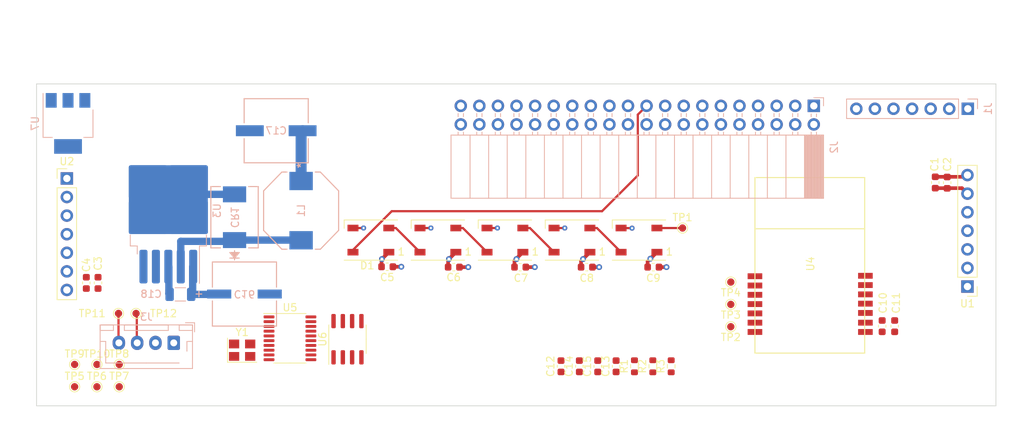
<source format=kicad_pcb>
(kicad_pcb (version 20221018) (generator pcbnew)
  (title_block (date "15 nov 2012"))
  (layers (0 "F.Cu" signal) (1 "In1.Cu" power) (2 "In2.Cu" power) (31 "B.Cu" signal) (34 "B.Paste" user) (35 "F.Paste" user) (36 "B.SilkS" user "B.Silkscreen") (37 "F.SilkS" user "F.Silkscreen") (38 "B.Mask" user) (39 "F.Mask" user) (44 "Edge.Cuts" user))
  (net 0 "")
  (net 1 "GND")
  (net 2 "/SPI3_MOSI")
  (net 3 "+3.3V")
  (net 4 "/SPI5_MOSI")
  (net 5 "/SPI5_SCLK")
  (net 6 "/GPIO[17]")
  (net 7 "/SPI6_NSS")
  (net 8 "/SPI4_CLK")
  (net 9 "/GPIO[22]")
  (net 10 "/GPIO[10]{slash}SPI0.MOSI")
  (net 11 "/GPIO[9]{slash}SPI0.MISO")
  (net 12 "/GPIO[25]")
  (net 13 "/GPIO[11]{slash}SPI0.SCLK")
  (net 14 "/GPIO[8]{slash}SPI0.CE0")
  (net 15 "/SPI3_NSS")
  (net 16 "/SPI3_MISO")
  (net 17 "/SPI4_MISO")
  (net 18 "/SPI4_MOSI")
  (net 19 "/SPI5_NSS")
  (net 20 "/SPI5_MISO")
  (net 21 "/SPI6_MISO")
  (net 22 "/SPI6_MOSI")
  (net 23 "/GPIO[16]")
  (net 24 "/GPIO[26]")
  (net 25 "/SPI6_SCLK")
  (net 26 "+5V")
  (net 27 "/SPI3_SCLK")
  (net 28 "/CAN/TXCAN")
  (net 29 "/CAN/RXCAN")
  (net 30 "Net-(D2-DOUT)")
  (net 31 "Net-(U4-DIO3)")
  (net 32 "Net-(U4-DIO2)")
  (net 33 "Net-(U4-DIO1)")
  (net 34 "/GPIO[23]")
  (net 35 "/CAN/Vref1.65V")
  (net 36 "/CAN/CAN_L")
  (net 37 "/CAN/CAN_H")
  (net 38 "Net-(D1-DOUT)")
  (net 39 "Net-(D3-DOUT)")
  (net 40 "Net-(D4-DOUT)")
  (net 41 "Net-(D5-DOUT)")
  (net 42 "/GPIO[24]")
  (net 43 "/SPI4_NSS")
  (net 44 "/GPIO_27")
  (net 45 "VDD")
  (net 46 "Net-(U5-OSC2)")
  (net 47 "Net-(U5-OSC1)")
  (net 48 "Net-(U5-~{RESET})")
  (net 58 "/LM_OUT")
  (footprint "TestPoint:TestPoint_Pad_D1.0mm" (layer "F.Cu") (at 108.25 97.4)
    (fp_text reference "TP6" (at 0 -1.448) (layer "F.SilkS"))
    (fp_text value "SO")
    (pad "1" smd circle (at 0 0) (size 1 1) (layers "F.Cu" "F.Mask") (net 20 "/SPI5_MISO"))
  )
  (footprint "TestPoint:TestPoint_Pad_D1.0mm" (layer "F.Cu") (at 105.2 97.4)
    (fp_text reference "TP5" (at 0 -1.448) (layer "F.SilkS"))
    (fp_text value "SI")
    (pad "1" smd circle (at 0 0) (size 1 1) (layers "F.Cu" "F.Mask") (net 4 "/SPI5_MOSI"))
  )
  (footprint "Connector_PinHeader_2.54mm:PinHeader_1x07_P2.54mm_Vertical" (layer "F.Cu") (at 104.14 68.9256)
    (fp_text reference "U2" (at 0 -2.33) (layer "F.SilkS"))
    (fp_text value "~")
    (pad "1" thru_hole rect (at 0 0) (size 1.7 1.7) (drill 1) (layers "*.Cu" "*.Mask") (net 6 "/GPIO[17]"))
    (pad "2" thru_hole oval (at 0 2.54) (size 1.7 1.7) (drill 1) (layers "*.Cu" "*.Mask") (net 43 "/SPI4_NSS"))
    (pad "3" thru_hole oval (at 0 5.08) (size 1.7 1.7) (drill 1) (layers "*.Cu" "*.Mask") (net 17 "/SPI4_MISO"))
    (pad "4" thru_hole oval (at 0 7.62) (size 1.7 1.7) (drill 1) (layers "*.Cu" "*.Mask") (net 18 "/SPI4_MOSI"))
    (pad "5" thru_hole oval (at 0 10.16) (size 1.7 1.7) (drill 1) (layers "*.Cu" "*.Mask") (net 8 "/SPI4_CLK"))
    (pad "6" thru_hole oval (at 0 12.7) (size 1.7 1.7) (drill 1) (layers "*.Cu" "*.Mask") (net 1 "GND"))
    (pad "7" thru_hole oval (at 0 15.24) (size 1.7 1.7) (drill 1) (layers "*.Cu" "*.Mask") (net 3 "+3.3V"))
  )
  (footprint "LED_SMD:LED_WS2812B_PLCC4_5.0x5.0mm_P3.2mm" (layer "F.Cu") (at 182.35 77.35 180)
    (fp_text reference "D5" hide)
    (fp_text value "WS2812B")
    (fp_text user "1" (at -4.15 -1.6) (layer "F.SilkS"))
    (pad "1" smd rect (at -2.45 -1.65 180) (size 1.5 0.9) (layers "F.Cu" "F.Paste" "F.Mask") (net 3 "+3.3V"))
    (pad "2" smd rect (at -2.45 1.65 180) (size 1.5 0.9) (layers "F.Cu" "F.Paste" "F.Mask") (net 41 "Net-(D5-DOUT)"))
    (pad "3" smd rect (at 2.45 1.65 180) (size 1.5 0.9) (layers "F.Cu" "F.Paste" "F.Mask") (net 1 "GND"))
    (pad "4" smd rect (at 2.45 -1.65 180) (size 1.5 0.9) (layers "F.Cu" "F.Paste" "F.Mask") (net 40 "Net-(D4-DOUT)"))
  )
  (footprint "Capacitor_SMD:C_0603_1608Metric" (layer "F.Cu") (at 166.106 81.045)
    (fp_text reference "C7" (at 0.1 1.5) (layer "F.SilkS"))
    (fp_text value "100n")
    (pad "1" smd roundrect (at -0.775 0) (size 0.9 0.95) (layers "F.Cu" "F.Paste" "F.Mask") (net 3 "+3.3V"))
    (pad "2" smd roundrect (at 0.775 0) (size 0.9 0.95) (layers "F.Cu" "F.Paste" "F.Mask") (net 1 "GND"))
  )
  (footprint "TestPoint:TestPoint_Pad_D1.0mm" (layer "F.Cu") (at 194.9 89.19 180)
    (fp_text reference "TP2" (at 0 -1.448) (layer "F.SilkS"))
    (fp_text value "TestPoint")
    (pad "1" smd circle (at 0 0 180) (size 1 1) (layers "F.Cu" "F.Mask") (net 31 "Net-(U4-DIO3)"))
  )
  (footprint "Capacitor_SMD:C_0603_1608Metric" (layer "F.Cu") (at 157.031 81.045)
    (fp_text reference "C6" (at -0.025 1.4) (layer "F.SilkS"))
    (fp_text value "100n")
    (pad "1" smd roundrect (at -0.775 0) (size 0.9 0.95) (layers "F.Cu" "F.Paste" "F.Mask") (net 3 "+3.3V"))
    (pad "2" smd roundrect (at 0.775 0) (size 0.9 0.95) (layers "F.Cu" "F.Paste" "F.Mask") (net 1 "GND"))
  )
  (footprint "LED_SMD:LED_WS2812B_PLCC4_5.0x5.0mm_P3.2mm" (layer "F.Cu") (at 164.025 77.35 180)
    (fp_text reference "D3" hide)
    (fp_text value "WS2812B")
    (fp_text user "1" (at -4.15 -1.6) (layer "F.SilkS"))
    (pad "1" smd rect (at -2.45 -1.65 180) (size 1.5 0.9) (layers "F.Cu" "F.Paste" "F.Mask") (net 3 "+3.3V"))
    (pad "2" smd rect (at -2.45 1.65 180) (size 1.5 0.9) (layers "F.Cu" "F.Paste" "F.Mask") (net 39 "Net-(D3-DOUT)"))
    (pad "3" smd rect (at 2.45 1.65 180) (size 1.5 0.9) (layers "F.Cu" "F.Paste" "F.Mask") (net 1 "GND"))
    (pad "4" smd rect (at 2.45 -1.65 180) (size 1.5 0.9) (layers "F.Cu" "F.Paste" "F.Mask") (net 30 "Net-(D2-DOUT)"))
  )
  (footprint "Capacitor_SMD:C_0603_1608Metric" (layer "F.Cu") (at 215.59 89.115 90)
    (fp_text reference "C10" (at 3.175 0.11 90) (layer "F.SilkS"))
    (fp_text value "100n")
    (pad "1" smd roundrect (at -0.775 0 90) (size 0.9 0.95) (layers "F.Cu" "F.Paste" "F.Mask") (net 3 "+3.3V"))
    (pad "2" smd roundrect (at 0.775 0 90) (size 0.9 0.95) (layers "F.Cu" "F.Paste" "F.Mask") (net 1 "GND"))
  )
  (footprint "Capacitor_SMD:C_0603_1608Metric" (layer "F.Cu") (at 147.931 80.995)
    (fp_text reference "C5" (at 0 1.45) (layer "F.SilkS"))
    (fp_text value "100n")
    (pad "1" smd roundrect (at -0.775 0) (size 0.9 0.95) (layers "F.Cu" "F.Paste" "F.Mask") (net 3 "+3.3V"))
    (pad "2" smd roundrect (at 0.775 0) (size 0.9 0.95) (layers "F.Cu" "F.Paste" "F.Mask") (net 1 "GND"))
  )
  (footprint "LED_SMD:LED_WS2812B_PLCC4_5.0x5.0mm_P3.2mm" (layer "F.Cu") (at 154.8625 77.35 180)
    (fp_text reference "D2" hide)
    (fp_text value "WS2812B")
    (fp_text user "1" (at -4.15 -1.6) (layer "F.SilkS"))
    (pad "1" smd rect (at -2.45 -1.65 180) (size 1.5 0.9) (layers "F.Cu" "F.Paste" "F.Mask") (net 3 "+3.3V"))
    (pad "2" smd rect (at -2.45 1.65 180) (size 1.5 0.9) (layers "F.Cu" "F.Paste" "F.Mask") (net 30 "Net-(D2-DOUT)"))
    (pad "3" smd rect (at 2.45 1.65 180) (size 1.5 0.9) (layers "F.Cu" "F.Paste" "F.Mask") (net 1 "GND"))
    (pad "4" smd rect (at 2.45 -1.65 180) (size 1.5 0.9) (layers "F.Cu" "F.Paste" "F.Mask") (net 38 "Net-(D1-DOUT)"))
  )
  (footprint "Capacitor_SMD:C_0603_1608Metric" (layer "F.Cu") (at 175.206 81.045)
    (fp_text reference "C8" (at 0 1.5) (layer "F.SilkS"))
    (fp_text value "100n")
    (pad "1" smd roundrect (at -0.775 0) (size 0.9 0.95) (layers "F.Cu" "F.Paste" "F.Mask") (net 3 "+3.3V"))
    (pad "2" smd roundrect (at 0.775 0) (size 0.9 0.95) (layers "F.Cu" "F.Paste" "F.Mask") (net 1 "GND"))
  )
  (footprint "TestPoint:TestPoint_Pad_D1.0mm" (layer "F.Cu") (at 111.3 94.35)
    (fp_text reference "TP8" (at 0 -1.448) (layer "F.SilkS"))
    (fp_text value "CS")
    (pad "1" smd circle (at 0 0) (size 1 1) (layers "F.Cu" "F.Mask") (net 19 "/SPI5_NSS"))
  )
  (footprint "TestPoint:TestPoint_Pad_D1.0mm" (layer "F.Cu") (at 188.3 75.7)
    (fp_text reference "TP1" (at 0 -1.448) (layer "F.SilkS"))
    (fp_text value "TestPoint")
    (pad "1" smd circle (at 0 0) (size 1 1) (layers "F.Cu" "F.Mask") (net 41 "Net-(D5-DOUT)"))
  )
  (footprint "Resistor_SMD:R_0603_1608Metric" (layer "F.Cu") (at 181.73 94.6 90)
    (fp_text reference "R1" (at 0 -1.43 90) (layer "F.SilkS"))
    (fp_text value "5.1k")
    (pad "1" smd roundrect (at -0.825 0 90) (size 0.8 0.95) (layers "F.Cu" "F.Paste" "F.Mask") (net 3 "+3.3V"))
    (pad "2" smd roundrect (at 0.825 0 90) (size 0.8 0.95) (layers "F.Cu" "F.Paste" "F.Mask") (net 35 "/CAN/Vref1.65V"))
  )
  (footprint "LED_SMD:LED_WS2812B_PLCC4_5.0x5.0mm_P3.2mm" (layer "F.Cu") (at 173.1875 77.35 180)
    (fp_text reference "D4" hide)
    (fp_text value "WS2812B")
    (fp_text user "1" (at -4.15 -1.6) (layer "F.SilkS"))
    (pad "1" smd rect (at -2.45 -1.65 180) (size 1.5 0.9) (layers "F.Cu" "F.Paste" "F.Mask") (net 3 "+3.3V"))
    (pad "2" smd rect (at -2.45 1.65 180) (size 1.5 0.9) (layers "F.Cu" "F.Paste" "F.Mask") (net 40 "Net-(D4-DOUT)"))
    (pad "3" smd rect (at 2.45 1.65 180) (size 1.5 0.9) (layers "F.Cu" "F.Paste" "F.Mask") (net 1 "GND"))
    (pad "4" smd rect (at 2.45 -1.65 180) (size 1.5 0.9) (layers "F.Cu" "F.Paste" "F.Mask") (net 39 "Net-(D3-DOUT)"))
  )
  (footprint "Package_SO:TSSOP-20_4.4x6.5mm_P0.65mm" (layer "F.Cu") (at 134.6375 90.775)
    (fp_text reference "U5" (at 0 -4.2) (layer "F.SilkS"))
    (fp_text value "MCP2515-xST")
    (pad "1" smd roundrect (at -2.8625 -2.925) (size 1.475 0.4) (layers "F.Cu" "F.Paste" "F.Mask") (net 28 "/CAN/TXCAN"))
    (pad "2" smd roundrect (at -2.8625 -2.275) (size 1.475 0.4) (layers "F.Cu" "F.Paste" "F.Mask") (net 29 "/CAN/RXCAN"))
    (pad "3" smd roundrect (at -2.8625 -1.625) (size 1.475 0.4) (layers "F.Cu" "F.Paste" "F.Mask"))
    (pad "4" smd roundrect (at -2.8625 -0.975) (size 1.475 0.4) (layers "F.Cu" "F.Paste" "F.Mask"))
    (pad "5" smd roundrect (at -2.8625 -0.325) (size 1.475 0.4) (layers "F.Cu" "F.Paste" "F.Mask"))
    (pad "6" smd roundrect (at -2.8625 0.325) (size 1.475 0.4) (layers "F.Cu" "F.Paste" "F.Mask"))
    (pad "7" smd roundrect (at -2.8625 0.975) (size 1.475 0.4) (layers "F.Cu" "F.Paste" "F.Mask"))
    (pad "8" smd roundrect (at -2.8625 1.625) (size 1.475 0.4) (layers "F.Cu" "F.Paste" "F.Mask") (net 46 "Net-(U5-OSC2)"))
    (pad "9" smd roundrect (at -2.8625 2.275) (size 1.475 0.4) (layers "F.Cu" "F.Paste" "F.Mask") (net 47 "Net-(U5-OSC1)"))
    (pad "10" smd roundrect (at -2.8625 2.925) (size 1.475 0.4) (layers "F.Cu" "F.Paste" "F.Mask") (net 1 "GND"))
    (pad "11" smd roundrect (at 2.8625 2.925) (size 1.475 0.4) (layers "F.Cu" "F.Paste" "F.Mask"))
    (pad "12" smd roundrect (at 2.8625 2.275) (size 1.475 0.4) (layers "F.Cu" "F.Paste" "F.Mask"))
    (pad "13" smd roundrect (at 2.8625 1.625) (size 1.475 0.4) (layers "F.Cu" "F.Paste" "F.Mask") (net 12 "/GPIO[25]"))
    (pad "14" smd roundrect (at 2.8625 0.975) (size 1.475 0.4) (layers "F.Cu" "F.Paste" "F.Mask") (net 5 "/SPI5_SCLK"))
    (pad "15" smd roundrect (at 2.8625 0.325) (size 1.475 0.4) (layers "F.Cu" "F.Paste" "F.Mask"))
    (pad "16" smd roundrect (at 2.8625 -0.325) (size 1.475 0.4) (layers "F.Cu" "F.Paste" "F.Mask") (net 4 "/SPI5_MOSI"))
    (pad "17" smd roundrect (at 2.8625 -0.975) (size 1.475 0.4) (layers "F.Cu" "F.Paste" "F.Mask") (net 20 "/SPI5_MISO"))
    (pad "18" smd roundrect (at 2.8625 -1.625) (size 1.475 0.4) (layers "F.Cu" "F.Paste" "F.Mask") (net 19 "/SPI5_NSS"))
    (pad "19" smd roundrect (at 2.8625 -2.275) (size 1.475 0.4) (layers "F.Cu" "F.Paste" "F.Mask") (net 48 "Net-(U5-~{RESET})"))
    (pad "20" smd roundrect (at 2.8625 -2.925) (size 1.475 0.4) (layers "F.Cu" "F.Paste" "F.Mask") (net 3 "+3.3V"))
  )
  (footprint "Capacitor_SMD:C_0603_1608Metric" (layer "F.Cu") (at 108.4 83.2 90)
    (fp_text reference "C3" (at 2.65 0 90) (layer "F.SilkS"))
    (fp_text value "100n")
    (pad "1" smd roundrect (at -0.775 0 90) (size 0.9 0.95) (layers "F.Cu" "F.Paste" "F.Mask") (net 3 "+3.3V"))
    (pad "2" smd roundrect (at 0.775 0 90) (size 0.9 0.95) (layers "F.Cu" "F.Paste" "F.Mask") (net 1 "GND"))
  )
  (footprint "Capacitor_SMD:C_0603_1608Metric" (layer "F.Cu") (at 106.8 83.2 90)
    (fp_text reference "C4" (at 2.45 0 90) (layer "F.SilkS"))
    (fp_text value "100n")
    (pad "1" smd roundrect (at -0.775 0 90) (size 0.9 0.95) (layers "F.Cu" "F.Paste" "F.Mask") (net 3 "+3.3V"))
    (pad "2" smd roundrect (at 0.775 0 90) (size 0.9 0.95) (layers "F.Cu" "F.Paste" "F.Mask") (net 1 "GND"))
  )
  (footprint "Connector_PinHeader_2.54mm:PinHeader_1x07_P2.54mm_Vertical" (layer "F.Cu") (at 227.25 83.7 180)
    (fp_text reference "U1" (at 0 -2.33) (layer "F.SilkS"))
    (fp_text value "~")
    (pad "1" thru_hole rect (at 0 0 180) (size 1.7 1.7) (drill 1) (layers "*.Cu" "*.Mask") (net 6 "/GPIO[17]"))
    (pad "2" thru_hole oval (at 0 2.54 180) (size 1.7 1.7) (drill 1) (layers "*.Cu" "*.Mask") (net 15 "/SPI3_NSS"))
    (pad "3" thru_hole oval (at 0 5.08 180) (size 1.7 1.7) (drill 1) (layers "*.Cu" "*.Mask") (net 16 "/SPI3_MISO"))
    (pad "4" thru_hole oval (at 0 7.62 180) (size 1.7 1.7) (drill 1) (layers "*.Cu" "*.Mask") (net 2 "/SPI3_MOSI"))
    (pad "5" thru_hole oval (at 0 10.16 180) (size 1.7 1.7) (drill 1) (layers "*.Cu" "*.Mask") (net 27 "/SPI3_SCLK"))
    (pad "6" thru_hole oval (at 0 12.7 180) (size 1.7 1.7) (drill 1) (layers "*.Cu" "*.Mask") (net 1 "GND"))
    (pad "7" thru_hole oval (at 0 15.24 180) (size 1.7 1.7) (drill 1) (layers "*.Cu" "*.Mask") (net 3 "+3.3V"))
  )
  (footprint "TestPoint:TestPoint_Pad_D1.0mm" (layer "F.Cu") (at 111.2 87.37675)
    (fp_text reference "TP11" (at -3.6 0) (layer "F.SilkS"))
    (fp_text value "CANH")
    (pad "1" smd circle (at 0 0) (size 1 1) (layers "F.Cu" "F.Mask") (net 37 "/CAN/CAN_H"))
  )
  (footprint "SX1280:E28-2G4M12S-SX1280" (layer "F.Cu") (at 205.8 80.6 90)
    (fp_text reference "U4" (at 0 0 90) (layer "F.SilkS"))
    (fp_text value "SX1280")
    (pad "1" smd rect (at -9.31 7.5 90) (size 0.8 2) (layers "F.Cu" "F.Paste" "F.Mask") (net 3 "+3.3V"))
    (pad "2" smd rect (at -8.04 7.5 90) (size 0.8 2) (layers "F.Cu" "F.Paste" "F.Mask") (net 1 "GND"))
    (pad "3" smd rect (at -6.71 7.5 90) (size 0.8 2) (layers "F.Cu" "F.Paste" "F.Mask") (net 21 "/SPI6_MISO"))
    (pad "4" smd rect (at -5.44 7.5 90) (size 0.8 2) (layers "F.Cu" "F.Paste" "F.Mask") (net 22 "/SPI6_MOSI"))
    (pad "5" smd rect (at -4.17 7.5 270) (size 0.8 2) (layers "F.Cu" "F.Paste" "F.Mask") (net 25 "/SPI6_SCLK"))
    (pad "6" smd rect (at -2.9 7.5 90) (size 0.8 2) (layers "F.Cu" "F.Paste" "F.Mask") (net 7 "/SPI6_NSS"))
    (pad "7" smd rect (at -1.63 7.5 90) (size 0.8 2) (layers "F.Cu" "F.Paste" "F.Mask") (net 1 "GND"))
    (pad "8" smd rect (at -1.69 -7.6 90) (size 0.8 2) (layers "F.Cu" "F.Paste" "F.Mask") (net 1 "GND"))
    (pad "9" smd rect (at -2.96 -7.6 90) (size 0.8 2) (layers "F.Cu" "F.Paste" "F.Mask") (net 34 "/GPIO[23]"))
    (pad "10" smd rect (at -4.23 -7.6 90) (size 0.8 2) (layers "F.Cu" "F.Paste" "F.Mask") (net 42 "/GPIO[24]"))
    (pad "11" smd rect (at -5.5 -7.6 90) (size 0.8 2) (layers "F.Cu" "F.Paste" "F.Mask") (net 33 "Net-(U4-DIO1)"))
    (pad "12" smd rect (at -6.77 -7.6 90) (size 0.8 2) (layers "F.Cu" "F.Paste" "F.Mask") (net 32 "Net-(U4-DIO2)"))
    (pad "13" smd rect (at -8.04 -7.6 90) (size 0.8 2) (layers "F.Cu" "F.Paste" "F.Mask") (net 31 "Net-(U4-DIO3)"))
    (pad "14" smd rect (at -9.31 -7.6 90) (size 0.8 2) (layers "F.Cu" "F.Paste" "F.Mask") (net 1 "GND"))
  )
  (footprint "Resistor_SMD:R_0603_1608Metric" (layer "F.Cu") (at 184.24 94.6 90)
    (fp_text reference "R2" (at 0 -1.43 90) (layer "F.SilkS"))
    (fp_text value "5.1k")
    (pad "1" smd roundrect (at -0.825 0 90) (size 0.8 0.95) (layers "F.Cu" "F.Paste" "F.Mask") (net 35 "/CAN/Vref1.65V"))
    (pad "2" smd roundrect (at 0.825 0 90) (size 0.8 0.95) (layers "F.Cu" "F.Paste" "F.Mask") (net 1 "GND"))
  )
  (footprint "Capacitor_SMD:C_0603_1608Metric" (layer "F.Cu") (at 224.475 69.5 -90)
    (fp_text reference "C2" (at -2.5 -0.025 90) (layer "F.SilkS"))
    (fp_text value "100n")
    (pad "1" smd roundrect (at -0.775 0 270) (size 0.9 0.95) (layers "F.Cu" "F.Paste" "F.Mask") (net 3 "+3.3V"))
    (pad "2" smd roundrect (at 0.775 0 270) (size 0.9 0.95) (layers "F.Cu" "F.Paste" "F.Mask") (net 1 "GND"))
  )
  (footprint "Package_SO:SOIC-8_3.9x4.9mm_P1.27mm" (layer "F.Cu") (at 142.5 90.9 90)
    (fp_text reference "U6" (at 0 -3.4 90) (layer "F.SilkS"))
    (fp_text value "MCP2551-I-SN")
    (pad "1" smd roundrect (at -2.475 -1.905 90) (size 1.95 0.6) (layers "F.Cu" "F.Paste" "F.Mask") (net 28 "/CAN/TXCAN"))
    (pad "2" smd roundrect (at -2.475 -0.635 90) (size 1.95 0.6) (layers "F.Cu" "F.Paste" "F.Mask") (net 1 "GND"))
    (pad "3" smd roundrect (at -2.475 0.635 90) (size 1.95 0.6) (layers "F.Cu" "F.Paste" "F.Mask") (net 3 "+3.3V"))
    (pad "4" smd roundrect (at -2.475 1.905 90) (size 1.95 0.6) (layers "F.Cu" "F.Paste" "F.Mask") (net 29 "/CAN/RXCAN"))
    (pad "5" smd roundrect (at 2.475 1.905 90) (size 1.95 0.6) (layers "F.Cu" "F.Paste" "F.Mask") (net 35 "/CAN/Vref1.65V"))
    (pad "6" smd roundrect (at 2.475 0.635 90) (size 1.95 0.6) (layers "F.Cu" "F.Paste" "F.Mask") (net 36 "/CAN/CAN_L"))
    (pad "7" smd roundrect (at 2.475 -0.635 90) (size 1.95 0.6) (layers "F.Cu" "F.Paste" "F.Mask") (net 37 "/CAN/CAN_H"))
    (pad "8" smd roundrect (at 2.475 -1.905 90) (size 1.95 0.6) (layers "F.Cu" "F.Paste" "F.Mask"))
  )
  (footprint "TestPoint:TestPoint_Pad_D1.0mm" (layer "F.Cu") (at 194.9 86.14 180)
    (fp_text reference "TP3" (at 0 -1.448) (layer "F.SilkS"))
    (fp_text value "TestPoint")
    (pad "1" smd circle (at 0 0 180) (size 1 1) (layers "F.Cu" "F.Mask") (net 32 "Net-(U4-DIO2)"))
  )
  (footprint "Capacitor_SMD:C_0603_1608Metric" (layer "F.Cu") (at 217.3 89.115 90)
    (fp_text reference "C11" (at 3.175 0.2 90) (layer "F.SilkS"))
    (fp_text value "100n")
    (pad "1" smd roundrect (at -0.775 0 90) (size 0.9 0.95) (layers "F.Cu" "F.Paste" "F.Mask") (net 3 "+3.3V"))
    (pad "2" smd roundrect (at 0.775 0 90) (size 0.9 0.95) (layers "F.Cu" "F.Paste" "F.Mask") (net 1 "GND"))
  )
  (footprint "Capacitor_SMD:C_0603_1608Metric" (layer "F.Cu") (at 184.306 81.045)
    (fp_text reference "C9" (at 0 1.5) (layer "F.SilkS"))
    (fp_text value "100n")
    (pad "1" smd roundrect (at -0.775 0) (size 0.9 0.95) (layers "F.Cu" "F.Paste" "F.Mask") (net 3 "+3.3V"))
    (pad "2" smd roundrect (at 0.775 0) (size 0.9 0.95) (layers "F.Cu" "F.Paste" "F.Mask") (net 1 "GND"))
  )
  (footprint "TestPoint:TestPoint_Pad_D1.0mm" (layer "F.Cu") (at 113.6 87.37675)
    (fp_text reference "TP12" (at 3.75 0) (layer "F.SilkS"))
    (fp_text value "CANL")
    (pad "1" smd circle (at 0 0) (size 1 1) (layers "F.Cu" "F.Mask") (net 36 "/CAN/CAN_L"))
  )
  (footprint "Capacitor_SMD:C_0603_1608Metric" (layer "F.Cu") (at 222.85 69.475 -90)
    (fp_text reference "C1" (at -2.475 0.1 90) (layer "F.SilkS"))
    (fp_text value "100n")
    (pad "1" smd roundrect (at -0.775 0 270) (size 0.9 0.95) (layers "F.Cu" "F.Paste" "F.Mask") (net 3 "+3.3V"))
    (pad "2" smd roundrect (at 0.775 0 270) (size 0.9 0.95) (layers "F.Cu" "F.Paste" "F.Mask") (net 1 "GND"))
  )
  (footprint "TestPoint:TestPoint_Pad_D1.0mm" (layer "F.Cu") (at 108.25 94.35)
    (fp_text reference "TP10" (at 0 -1.448) (layer "F.SilkS"))
    (fp_text value "TXCAN")
    (pad "1" smd circle (at 0 0) (size 1 1) (layers "F.Cu" "F.Mask") (net 28 "/CAN/TXCAN"))
  )
  (footprint "LED_SMD:LED_WS2812B_PLCC4_5.0x5.0mm_P3.2mm" (layer "F.Cu") (at 145.7 77.35 180)
    (fp_text reference "D1" (at 0.5 -3.476) (layer "F.SilkS"))
    (fp_text value "WS2812B")
    (fp_text user "1" (at -4.15 -1.6) (layer "F.SilkS"))
    (pad "1" smd rect (at -2.45 -1.65 180) (size 1.5 0.9) (layers "F.Cu" "F.Paste" "F.Mask") (net 3 "+3.3V"))
    (pad "2" smd rect (at -2.45 1.65 180) (size 1.5 0.9) (layers "F.Cu" "F.Paste" "F.Mask") (net 38 "Net-(D1-DOUT)"))
    (pad "3" smd rect (at 2.45 1.65 180) (size 1.5 0.9) (layers "F.Cu" "F.Paste" "F.Mask") (net 1 "GND"))
    (pad "4" smd rect (at 2.45 -1.65 180) (size 1.5 0.9) (layers "F.Cu" "F.Paste" "F.Mask") (net 10 "/GPIO[10]{slash}SPI0.MOSI"))
  )
  (footprint "Capacitor_SMD:C_0603_1608Metric" (layer "F.Cu") (at 171.69 94.6 90)
    (fp_text reference "C12" (at 0 -1.43 90) (layer "F.SilkS"))
    (fp_text value "0.1u")
    (pad "1" smd roundrect (at -0.775 0 90) (size 0.9 0.95) (layers "F.Cu" "F.Paste" "F.Mask") (net 3 "+3.3V"))
    (pad "2" smd roundrect (at 0.775 0 90) (size 0.9 0.95) (layers "F.Cu" "F.Paste" "F.Mask") (net 1 "GND"))
  )
  (footprint "Capacitor_SMD:C_0603_1608Metric" (layer "F.Cu") (at 174.2 94.6 90)
    (fp_text reference "C14" (at 0 -1.43 90) (layer "F.SilkS"))
    (fp_text value "22p")
    (pad "1" smd roundrect (at -0.775 0 90) (size 0.9 0.95) (layers "F.Cu" "F.Paste" "F.Mask") (net 46 "Net-(U5-OSC2)"))
    (pad "2" smd roundrect (at 0.775 0 90) (size 0.9 0.95) (layers "F.Cu" "F.Paste" "F.Mask") (net 1 "GND"))
  )
  (footprint "TestPoint:TestPoint_Pad_D1.0mm" (layer "F.Cu") (at 105.2 94.35)
    (fp_text reference "TP9" (at 0 -1.448) (layer "F.SilkS"))
    (fp_text value "RXCAN")
    (pad "1" smd circle (at 0 0) (size 1 1) (layers "F.Cu" "F.Mask") (net 29 "/CAN/RXCAN"))
  )
  (footprint "Capacitor_SMD:C_0603_1608Metric" (layer "F.Cu") (at 179.22 94.6 90)
    (fp_text reference "C13" (at 0 -1.43 90) (layer "F.SilkS"))
    (fp_text value "0.1u")
    (pad "1" smd roundrect (at -0.775 0 90) (size 0.9 0.95) (layers "F.Cu" "F.Paste" "F.Mask") (net 3 "+3.3V"))
    (pad "2" smd roundrect (at 0.775 0 90) (size 0.9 0.95) (layers "F.Cu" "F.Paste" "F.Mask") (net 1 "GND"))
  )
  (footprint "Capacitor_SMD:C_0603_1608Metric" (layer "F.Cu") (at 176.71 94.6 90)
    (fp_text reference "C15" (at 0 -1.43 90) (layer "F.SilkS"))
    (fp_text value "22p")
    (pad "1" smd roundrect (at -0.775 0 90) (size 0.9 0.95) (layers "F.Cu" "F.Paste" "F.Mask") (net 47 "Net-(U5-OSC1)"))
    (pad "2" smd roundrect (at 0.775 0 90) (size 0.9 0.95) (layers "F.Cu" "F.Paste" "F.Mask") (net 1 "GND"))
  )
  (footprint "TestPoint:TestPoint_Pad_D1.0mm" (layer "F.Cu") (at 194.9 83.09 180)
    (fp_text reference "TP4" (at 0 -1.448) (layer "F.SilkS"))
    (fp_text value "TestPoint")
    (pad "1" smd circle (at 0 0 180) (size 1 1) (layers "F.Cu" "F.Mask") (net 33 "Net-(U4-DIO1)"))
  )
  (footprint "Crystal:Crystal_SMD_3225-4Pin_3.2x2.5mm" (layer "F.Cu") (at 128.1 92.4)
    (fp_text reference "Y1" (at 0 -2.45) (layer "F.SilkS"))
    (fp_text value "Crystal")
    (pad "1" smd rect (at -1.1 0.85) (size 1.4 1.2) (layers "F.Cu" "F.Paste" "F.Mask") (net 46 "Net-(U5-OSC2)"))
    (pad "2" smd rect (at 1.1 0.85) (size 1.4 1.2) (layers "F.Cu" "F.Paste" "F.Mask") (net 47 "Net-(U5-OSC1)"))
    (pad "3" smd rect (at 1.1 -0.85) (size 1.4 1.2) (layers "F.Cu" "F.Paste" "F.Mask"))
    (pad "4" smd rect (at -1.1 -0.85) (size 1.4 1.2) (layers "F.Cu" "F.Paste" "F.Mask"))
  )
  (footprint "TestPoint:TestPoint_Pad_D1.0mm" (layer "F.Cu") (at 111.3 97.4)
    (fp_text reference "TP7" (at 0 -1.448) (layer "F.SilkS"))
    (fp_text value "SCK")
    (pad "1" smd circle (at 0 0) (size 1 1) (layers "F.Cu" "F.Mask") (net 5 "/SPI5_SCLK"))
  )
  (footprint "Resistor_SMD:R_0603_1608Metric" (layer "F.Cu") (at 186.75 94.6 90)
    (fp_text reference "R3" (at 0 -1.43 90) (layer "F.SilkS"))
    (fp_text value "10k")
    (pad "1" smd roundrect (at -0.825 0 90) (size 0.8 0.95) (layers "F.Cu" "F.Paste" "F.Mask") (net 3 "+3.3V"))
    (pad "2" smd roundrect (at 0.825 0 90) (size 0.8 0.95) (layers "F.Cu" "F.Paste" "F.Mask") (net 48 "Net-(U5-~{RESET})"))
  )
  (footprint "footprints:SMC_DIO" (layer "B.Cu") (at 127.0614 74.2228 90)
    (fp_text reference "CR1" (at 0 0 270 unlocked) (layer "B.SilkS") (effects (justify mirror)))
    (fp_text value "B540C-13-F")
    (pad "1" smd rect (at -3.1272 0) (size 3.180001 2.1804) (layers "B.Cu" "B.Paste" "B.Mask") (net 58 "/LM_OUT"))
    (pad "2" smd rect (at 3.1272 0) (size 3.180001 2.1804) (layers "B.Cu" "B.Paste" "B.Mask") (net 1 "GND"))
  )
  (footprint "Connector_PinSocket_2.54mm:PinSocket_2x20_P2.54mm_Horizontal" (layer "B.Cu") (at 206.248 59 90)
    (fp_text reference "J2" (at -5.65 2.77 90) (layer "B.SilkS") (effects (justify mirror)))
    (fp_text value "GPIO")
    (pad "1" thru_hole rect (at 0 0 90) (size 1.7 1.7) (drill 1) (layers "*.Cu" "*.Mask") (net 3 "+3.3V"))
    (pad "2" thru_hole oval (at -2.54 0 90) (size 1.7 1.7) (drill 1) (layers "*.Cu" "*.Mask") (net 26 "+5V"))
    (pad "3" thru_hole oval (at 0 -2.54 90) (size 1.7 1.7) (drill 1) (layers "*.Cu" "*.Mask") (net 2 "/SPI3_MOSI"))
    (pad "4" thru_hole oval (at -2.54 -2.54 90) (size 1.7 1.7) (drill 1) (layers "*.Cu" "*.Mask") (net 26 "+5V"))
    (pad "5" thru_hole oval (at 0 -5.08 90) (size 1.7 1.7) (drill 1) (layers "*.Cu" "*.Mask") (net 27 "/SPI3_SCLK"))
    (pad "6" thru_hole oval (at -2.54 -5.08 90) (size 1.7 1.7) (drill 1) (layers "*.Cu" "*.Mask") (net 1 "GND"))
    (pad "7" thru_hole oval (at 0 -7.62 90) (size 1.7 1.7) (drill 1) (layers "*.Cu" "*.Mask") (net 43 "/SPI4_NSS"))
    (pad "8" thru_hole oval (at -2.54 -7.62 90) (size 1.7 1.7) (drill 1) (layers "*.Cu" "*.Mask") (net 4 "/SPI5_MOSI"))
    (pad "9" thru_hole oval (at 0 -10.16 90) (size 1.7 1.7) (drill 1) (layers "*.Cu" "*.Mask") (net 1 "GND"))
    (pad "10" thru_hole oval (at -2.54 -10.16 90) (size 1.7 1.7) (drill 1) (layers "*.Cu" "*.Mask") (net 5 "/SPI5_SCLK"))
    (pad "11" thru_hole oval (at 0 -12.7 90) (size 1.7 1.7) (drill 1) (layers "*.Cu" "*.Mask") (net 6 "/GPIO[17]"))
    (pad "12" thru_hole oval (at -2.54 -12.7 90) (size 1.7 1.7) (drill 1) (layers "*.Cu" "*.Mask") (net 7 "/SPI6_NSS"))
    (pad "13" thru_hole oval (at 0 -15.24 90) (size 1.7 1.7) (drill 1) (layers "*.Cu" "*.Mask") (net 44 "/GPIO_27"))
    (pad "14" thru_hole oval (at -2.54 -15.24 90) (size 1.7 1.7) (drill 1) (layers "*.Cu" "*.Mask") (net 1 "GND"))
    (pad "15" thru_hole oval (at 0 -17.78 90) (size 1.7 1.7) (drill 1) (layers "*.Cu" "*.Mask") (net 9 "/GPIO[22]"))
    (pad "16" thru_hole oval (at -2.54 -17.78 90) (size 1.7 1.7) (drill 1) (layers "*.Cu" "*.Mask") (net 34 "/GPIO[23]"))
    (pad "17" thru_hole oval (at 0 -20.32 90) (size 1.7 1.7) (drill 1) (layers "*.Cu" "*.Mask") (net 3 "+3.3V"))
    (pad "18" thru_hole oval (at -2.54 -20.32 90) (size 1.7 1.7) (drill 1) (layers "*.Cu" "*.Mask") (net 42 "/GPIO[24]"))
    (pad "19" thru_hole oval (at 0 -22.86 90) (size 1.7 1.7) (drill 1) (layers "*.Cu" "*.Mask") (net 10 "/GPIO[10]{slash}SPI0.MOSI"))
    (pad "20" thru_hole oval (at -2.54 -22.86 90) (size 1.7 1.7) (drill 1) (layers "*.Cu" "*.Mask") (net 1 "GND"))
    (pad "21" thru_hole oval (at 0 -25.4 90) (size 1.7 1.7) (drill 1) (layers "*.Cu" "*.Mask") (net 11 "/GPIO[9]{slash}SPI0.MISO"))
    (pad "22" thru_hole oval (at -2.54 -25.4 90) (size 1.7 1.7) (drill 1) (layers "*.Cu" "*.Mask") (net 12 "/GPIO[25]"))
    (pad "23" thru_hole oval (at 0 -27.94 90) (size 1.7 1.7) (drill 1) (layers "*.Cu" "*.Mask") (net 13 "/GPIO[11]{slash}SPI0.SCLK"))
    (pad "24" thru_hole oval (at -2.54 -27.94 90) (size 1.7 1.7) (drill 1) (layers "*.Cu" "*.Mask") (net 14 "/GPIO[8]{slash}SPI0.CE0"))
    (pad "25" thru_hole oval (at 0 -30.48 90) (size 1.7 1.7) (drill 1) (layers "*.Cu" "*.Mask") (net 1 "GND"))
    (pad "26" thru_hole oval (at -2.54 -30.48 90) (size 1.7 1.7) (drill 1) (layers "*.Cu" "*.Mask") (net 8 "/SPI4_CLK"))
    (pad "27" thru_hole oval (at 0 -33.02 90) (size 1.7 1.7) (drill 1) (layers "*.Cu" "*.Mask") (net 15 "/SPI3_NSS"))
    (pad "28" thru_hole oval (at -2.54 -33.02 90) (size 1.7 1.7) (drill 1) (layers "*.Cu" "*.Mask") (net 16 "/SPI3_MISO"))
    (pad "29" thru_hole oval (at 0 -35.56 90) (size 1.7 1.7) (drill 1) (layers "*.Cu" "*.Mask") (net 17 "/SPI4_MISO"))
    (pad "30" thru_hole oval (at -2.54 -35.56 90) (size 1.7 1.7) (drill 1) (layers "*.Cu" "*.Mask") (net 1 "GND"))
    (pad "31" thru_hole oval (at 0 -38.1 90) (size 1.7 1.7) (drill 1) (layers "*.Cu" "*.Mask") (net 18 "/SPI4_MOSI"))
    (pad "32" thru_hole oval (at -2.54 -38.1 90) (size 1.7 1.7) (drill 1) (layers "*.Cu" "*.Mask") (net 19 "/SPI5_NSS"))
    (pad "33" thru_hole oval (at 0 -40.64 90) (size 1.7 1.7) (drill 1) (layers "*.Cu" "*.Mask") (net 20 "/SPI5_MISO"))
    (pad "34" thru_hole oval (at -2.54 -40.64 90) (size 1.7 1.7) (drill 1) (layers "*.Cu" "*.Mask") (net 1 "GND"))
    (pad "35" thru_hole oval (at 0 -43.18 90) (size 1.7 1.7) (drill 1) (layers "*.Cu" "*.Mask") (net 21 "/SPI6_MISO"))
    (pad "36" thru_hole oval (at -2.54 -43.18 90) (size 1.7 1.7) (drill 1) (layers "*.Cu" "*.Mask") (net 23 "/GPIO[16]"))
    (pad "37" thru_hole oval (at 0 -45.72 90) (size 1.7 1.7) (drill 1) (layers "*.Cu" "*.Mask") (net 24 "/GPIO[26]"))
    (pad "38" thru_hole oval (at -2.54 -45.72 90) (size 1.7 1.7) (drill 1) (layers "*.Cu" "*.Mask") (net 22 "/SPI6_MOSI"))
    (pad "39" thru_hole oval (at 0 -48.26 90) (size 1.7 1.7) (drill 1) (layers "*.Cu" "*.Mask") (net 1 "GND"))
    (pad "40" thru_hole oval (at -2.54 -48.26 90) (size 1.7 1.7) (drill 1) (layers "*.Cu" "*.Mask") (net 25 "/SPI6_SCLK"))
  )
  (footprint "Package_TO_SOT_SMD:TO-263-5_TabPin3" (layer "B.Cu") (at 118.0114 73.3228 90)
    (fp_text reference "U3" (at 0 6.65 90) (layer "B.SilkS") (effects (justify mirror)))
    (fp_text value "LM2576S-5")
    (pad "1" smd roundrect (at -7.65 3.4 90) (size 4.6 1.1) (layers "B.Cu" "B.Paste" "B.Mask") (roundrect_rratio 0.227273) (net 45 "VDD"))
    (pad "2" smd roundrect (at -7.65 1.7 90) (size 4.6 1.1) (layers "B.Cu" "B.Paste" "B.Mask") (roundrect_rratio 0.227273) (net 58 "/LM_OUT"))
    (pad "3" smd roundrect (at -7.65 0 90) (size 4.6 1.1) (layers "B.Cu" "B.Paste" "B.Mask") (roundrect_rratio 0.227273) (net 1 "GND"))
    (pad "3" smd roundrect (at -0.925 -2.775 90) (size 4.55 5.25) (layers "B.Cu" "B.Paste") (roundrect_rratio 0.054945) (net 1 "GND"))
    (pad "3" smd roundrect (at -0.925 2.775 90) (size 4.55 5.25) (layers "B.Cu" "B.Paste") (roundrect_rratio 0.054945) (net 1 "GND"))
    (pad "3" smd roundrect (at 1.5 0 90) (size 9.4 10.8) (layers "B.Cu" "B.Mask") (roundrect_rratio 0.026596) (net 1 "GND"))
    (pad "3" smd roundrect (at 3.925 -2.775 90) (size 4.55 5.25) (layers "B.Cu" "B.Paste") (roundrect_rratio 0.054945) (net 1 "GND"))
    (pad "3" smd roundrect (at 3.925 2.775 90) (size 4.55 5.25) (layers "B.Cu" "B.Paste") (roundrect_rratio 0.054945) (net 1 "GND"))
    (pad "4" smd roundrect (at -7.65 -1.7 90) (size 4.6 1.1) (layers "B.Cu" "B.Paste" "B.Mask") (roundrect_rratio 0.227273) (net 26 "+5V"))
    (pad "5" smd roundrect (at -7.65 -3.4 90) (size 4.6 1.1) (layers "B.Cu" "B.Paste" "B.Mask") (roundrect_rratio 0.227273) (net 1 "GND"))
  )
  (footprint "footprints:PCAP_SVP_E7_PAN" (layer "B.Cu") (at 128.4158 84.7228)
    (fp_text reference "C16" (at 0 0 180 unlocked) (layer "B.SilkS") (effects (justify mirror)))
    (fp_text value "25SVPF100M")
    (pad "1" smd rect (at -3.4544 0) (size 3.302 1.2192) (layers "B.Cu" "B.Paste" "B.Mask") (net 45 "VDD"))
    (pad "2" smd rect (at 3.4544 0) (size 3.302 1.2192) (layers "B.Cu" "B.Paste" "B.Mask") (net 1 "GND"))
  )
  (footprint "Capacitor_SMD:C_1206_3216Metric" (layer "B.Cu") (at 119.6614 84.7728 180)
    (fp_text reference "C18" (at 4 0.05) (layer "B.SilkS") (effects (justify mirror)))
    (fp_text value "0.47u")
    (pad "1" smd roundrect (at -1.475 0 180) (size 1.15 1.8) (layers "B.Cu" "B.Paste" "B.Mask") (roundrect_rratio 0.217391) (net 45 "VDD"))
    (pad "2" smd roundrect (at 1.475 0 180) (size 1.15 1.8) (layers "B.Cu" "B.Paste" "B.Mask") (roundrect_rratio 0.217391) (net 1 "GND"))
  )
  (footprint "footprints:CAP_EEE_F_PAN" (layer "B.Cu") (at 132.7568 62.4 180)
    (fp_text reference "C17" (at 0 0 unlocked) (layer "B.SilkS") (effects (justify mirror)))
    (fp_text value "EEE-1CA471UP")
    (pad "1" smd rect (at -3.6068 0 180) (size 3.81 1.4986) (layers "B.Cu" "B.Paste" "B.Mask") (net 26 "+5V"))
    (pad "2" smd rect (at 3.6068 0 180) (size 3.81 1.4986) (layers "B.Cu" "B.Paste" "B.Mask") (net 1 "GND"))
  )
  (footprint "Package_TO_SOT_SMD:SOT-223-3_TabPin2" (layer "B.Cu") (at 104.3 61.4 -90)
    (fp_text reference "U7" (at 0 4.5 90) (layer "B.SilkS") (effects (justify mirror)))
    (fp_text value "AMS1117-3.3")
    (pad "1" smd rect (at -3.15 2.3 270) (size 2 1.5) (layers "B.Cu" "B.Paste" "B.Mask") (net 1 "GND"))
    (pad "2" smd rect (at -3.15 0 270) (size 2 1.5) (layers "B.Cu" "B.Paste" "B.Mask") (net 3 "+3.3V"))
    (pad "2" smd rect (at 3.15 0 270) (size 2 3.8) (layers "B.Cu" "B.Paste" "B.Mask") (net 3 "+3.3V"))
    (pad "3" smd rect (at -3.15 -2.3 270) (size 2 1.5) (layers "B.Cu" "B.Paste" "B.Mask") (net 26 "+5V"))
  )
  (footprint "footprints:IND_10040_TDK" (layer "B.Cu") (at 136.1614 73.3228 -90)
    (fp_text reference "L1" (at 0 0 90 unlocked) (layer "B.SilkS") (effects (justify mirror)))
    (fp_text value "CLF10040T-6R8N-D")
    (fp_text user "*" (at -6.166 0 90 unlocked) (layer "B.SilkS") (effects (justify mirror)))
    (fp_text user "*" (at -6.166 0 90) (layer "B.SilkS") (effects (justify mirror)))
    (pad "1" smd rect (at -4.05 0 270) (size 2.5 3.200001) (layers "B.Cu" "B.Paste" "B.Mask") (net 26 "+5V"))
    (pad "2" smd rect (at 4.05 0 270) (size 2.5 3.200001) (layers "B.Cu" "B.Paste" "B.Mask") (net 58 "/LM_OUT"))
  )
  (footprint "Connector_JST:JST_XH_B4B-XH-AM_1x04_P2.50mm_Vertical" (layer "B.Cu") (at 118.75 91.4 180)
    (fp_text reference "J3" (at 3.75 3.55) (layer "B.SilkS") (effects (justify mirror)))
    (fp_text value "Conn_01x04_Pin")
    (pad "" np_thru_hole circle (at -1.6 -2 180) (size 1.2 1.2) (drill 1.2) (layers "*.Cu" "*.Mask"))
    (pad "1" thru_hole roundrect (at 0 0 180) (size 1.7 1.95) (drill 0.95) (layers "*.Cu" "*.Mask") (roundrect_rratio 0.147059) (net 45 "VDD"))
    (pad "2" thru_hole oval (at 2.5 0 180) (size 1.7 1.95) (drill 0.95) (layers "*.Cu" "*.Mask") (net 1 "GND"))
    (pad "3" thru_hole oval (at 5 0 180) (size 1.7 1.95) (drill 0.95) (layers "*.Cu" "*.Mask") (net 36 "/CAN/CAN_L"))
    (pad "4" thru_hole oval (at 7.5 0 180) (size 1.7 1.95) (drill 0.95) (layers "*.Cu" "*.Mask") (net 37 "/CAN/CAN_H"))
  )
  (footprint "Connector_PinSocket_2.54mm:PinSocket_1x07_P2.54mm_Vertical" (layer "B.Cu") (at 227.3 59.4 90)
    (fp_text reference "J1" (at 0 2.77 90) (layer "B.SilkS") (effects (justify mirror)))
    (fp_text value "Conn_01x07_Male")
    (pad "1" thru_hole rect (at 0 0 90) (size 1.7 1.7) (drill 1) (layers "*.Cu" "*.Mask") (net 11 "/GPIO[9]{slash}SPI0.MISO"))
    (pad "2" thru_hole oval (at 0 -2.54 90) (size 1.7 1.7) (drill 1) (layers "*.Cu" "*.Mask") (net 13 "/GPIO[11]{slash}SPI0.SCLK"))
    (pad "3" thru_hole oval (at 0 -5.08 90) (size 1.7 1.7) (drill 1) (layers "*.Cu" "*.Mask") (net 14 "/GPIO[8]{slash}SPI0.CE0"))
    (pad "4" thru_hole oval (at 0 -7.62 90) (size 1.7 1.7) (drill 1) (layers "*.Cu" "*.Mask") (net 12 "/GPIO[25]"))
    (pad "5" thru_hole oval (at 0 -10.16 90) (size 1.7 1.7) (drill 1) (layers "*.Cu" "*.Mask") (net 24 "/GPIO[26]"))
    (pad "6" thru_hole oval (at 0 -12.7 90) (size 1.7 1.7) (drill 1) (layers "*.Cu" "*.Mask") (net 23 "/GPIO[16]"))
    (pad "7" thru_hole oval (at 0 -15.24 90) (size 1.7 1.7) (drill 1) (layers "*.Cu" "*.Mask") (net 9 "/GPIO[22]"))
  )
  (gr_line (start 100 56) (end 231.139694 56) (stroke (width 0.1)) (layer "Edge.Cuts"))
  (gr_line (start 100 56) (end 100 100) (stroke (width 0.1)) (layer "Edge.Cuts"))
  (gr_line (start 231.139694 56) (end 231.139694 100) (stroke (width 0.1)) (layer "Edge.Cuts"))
  (gr_line (start 100 100) (end 231.139694 100) (stroke (width 0.1)) (layer "Edge.Cuts"))
  (segment (start 170.7375 75.7) (end 172.2 75.7) (width 0.3) (layer "F.Cu") (net 1))
  (segment (start 175.981 81.045) (end 176.906 81.045) (width 0.5) (layer "F.Cu") (net 1))
  (segment (start 161.575 75.7) (end 163 75.7) (width 0.3) (layer "F.Cu") (net 1))
  (segment (start 157.806 81.045) (end 159.006 81.045) (width 0.5) (layer "F.Cu") (net 1))
  (segment (start 179.9 75.7) (end 181.4 75.7195) (width 0.3) (layer "F.Cu") (net 1))
  (segment (start 227.25 71) (end 227 71.25) (width 0.5) (layer "F.Cu") (net 1))
  (segment (start 185.081 81.045) (end 186.106 81.045) (width 0.5) (layer "F.Cu") (net 1))
  (segment (start 226.5 70.25) (end 227.25 71) (width 0.5) (layer "F.Cu") (net 1))
  (segment (start 166.881 81.045) (end 168.106 81.045) (width 0.5) (layer "F.Cu") (net 1))
  (segment (start 144.7 75.7) (end 143.25 75.7) (width 0.3) (layer "F.Cu") (net 1))
  (segment (start 222.85 70.25) (end 226.5 70.25) (width 0.5) (layer "F.Cu") (net 1))
  (segment (start 152.4125 75.7) (end 153.9 75.7) (width 0.3) (layer "F.Cu") (net 1))
  (segment (start 149.856 80.995) (end 148.706 80.995) (width 0.5) (layer "F.Cu") (net 1))
  (via (at 159.006 81.045) (size 0.8) (drill 0.4) (layers "F.Cu" "B.Cu") (net 1))
  (via (at 186.106 81.045) (size 0.8) (drill 0.4) (layers "F.Cu" "B.Cu") (net 1))
  (via (at 144.7 75.7) (size 0.7) (drill 0.3) (layers "F.Cu" "B.Cu") (net 1))
  (via (at 149.856 80.995) (size 0.8) (drill 0.4) (layers "F.Cu" "B.Cu") (net 1))
  (via (at 181.4 75.7195) (size 0.7) (drill 0.3) (layers "F.Cu" "B.Cu") (net 1))
  (via (at 176.906 81.045) (size 0.8) (drill 0.4) (layers "F.Cu" "B.Cu") (net 1))
  (via (at 163 75.7) (size 0.7) (drill 0.3) (layers "F.Cu" "B.Cu") (net 1))
  (via (at 172.2 75.7) (size 0.7) (drill 0.3) (layers "F.Cu" "B.Cu") (net 1))
  (via (at 153.9 75.7) (size 0.7) (drill 0.3) (layers "F.Cu" "B.Cu") (net 1))
  (via (at 168.106 81.045) (size 0.8) (drill 0.4) (layers "F.Cu" "B.Cu") (net 1))
  (segment (start 118.1864 84.7728) (end 118.0864 84.6728) (width 1) (layer "B.Cu") (net 1))
  (segment (start 122.4842 71.0956) (end 120.7864 69.3978) (width 1) (layer "B.Cu") (net 1))
  (segment (start 118.0864 81.0478) (end 118.0114 80.9728) (width 1) (layer "B.Cu") (net 1))
  (segment (start 127.0614 71.0956) (end 122.4842 71.0956) (width 1) (layer "B.Cu") (net 1))
  (segment (start 118.0864 84.6728) (end 118.0864 81.0478) (width 1) (layer "B.Cu") (net 1))
  (segment (start 165.331 81.045) (end 165.331 80.144) (width 0.5) (layer "F.Cu") (net 3))
  (segment (start 165.53 79.945) (end 165.606 79.945) (width 0.5) (layer "F.Cu") (net 3))
  (segment (start 165.606 79.945) (end 165.606 79.869) (width 0.5) (layer "F.Cu") (net 3))
  (segment (start 156.256 80.0565) (end 156.256 81.045) (width 0.5) (layer "F.Cu") (net 3))
  (segment (start 165.606 79.869) (end 166.475 79) (width 0.5) (layer "F.Cu") (net 3))
  (segment (start 147.156 79.994) (end 147.156 80.995) (width 0.5) (layer "F.Cu") (net 3))
  (segment (start 183.906 79.894) (end 183.531 80.269) (width 0.5) (layer "F.Cu") (net 3))
  (segment (start 156.3675 79.945) (end 156.256 80.0565) (width 0.5) (layer "F.Cu") (net 3))
  (segment (start 222.85 68.7) (end 227.01 68.7) (width 0.5) (layer "F.Cu") (net 3))
  (segment (start 147.206 79.944) (end 147.156 79.994) (width 0.5) (layer "F.Cu") (net 3))
  (segment (start 174.431 81.045) (end 174.431 80.2065) (width 0.5) (layer "F.Cu") (net 3))
  (segment (start 227.01 68.7) (end 227.25 68.46) (width 0.5) (layer "F.Cu") (net 3))
  (segment (start 174.706 79.945) (end 174.706 79.9315) (width 0.5) (layer "F.Cu") (net 3))
  (segment (start 165.331 80.144) (end 165.53 79.945) (width 0.5) (layer "F.Cu") (net 3))
  (segment (start 174.431 80.2065) (end 174.6925 79.945) (width 0.5) (layer "F.Cu") (net 3))
  (segment (start 174.706 79.9315) (end 175.6375 79) (width 0.5) (layer "F.Cu") (net 3))
  (segment (start 183.906 79.894) (end 184.8 79) (width 0.5) (layer "F.Cu") (net 3))
  (segment (start 183.531 80.269) (end 183.531 81.045) (width 0.5) (layer "F.Cu") (net 3))
  (segment (start 174.6925 79.945) (end 174.706 79.945) (width 0.5) (layer "F.Cu") (net 3))
  (segment (start 156.3675 79.945) (end 157.3125 79) (width 0.5) (layer "F.Cu") (net 3))
  (segment (start 147.206 79.944) (end 148.15 79) (width 0.5) (layer "F.Cu") (net 3))
  (via (at 165.606 79.945) (size 0.8) (drill 0.4) (layers "F.Cu" "B.Cu") (net 3))
  (via (at 174.706 79.945) (size 0.8) (drill 0.4) (layers "F.Cu" "B.Cu") (net 3))
  (via (at 183.906 79.894) (size 0.8) (drill 0.4) (layers "F.Cu" "B.Cu") (net 3))
  (via (at 156.3675 79.945) (size 0.8) (drill 0.4) (layers "F.Cu" "B.Cu") (net 3))
  (via (at 147.206 79.944) (size 0.8) (drill 0.4) (layers "F.Cu" "B.Cu") (net 3))
  (segment (start 182.188 68.512) (end 182.188 60.2) (width 0.3) (layer "F.Cu") (net 10))
  (segment (start 182.188 60.2) (end 183.388 59) (width 0.3) (layer "F.Cu") (net 10))
  (segment (start 177.3 73.4) (end 182.188 68.512) (width 0.3) (layer "F.Cu") (net 10))
  (segment (start 143.25 78.7) (end 148.55 73.4) (width 0.3) (layer "F.Cu") (net 10))
  (segment (start 143.25 79) (end 143.25 78.7) (width 0.3) (layer "F.Cu") (net 10))
  (segment (start 148.55 73.4) (end 177.3 73.4) (width 0.3) (layer "F.Cu") (net 10))
  (segment (start 136.1614 69.2728) (end 136.1614 62.6022) (width 1.5) (layer "B.Cu") (net 26))
  (segment (start 136.1614 62.6022) (end 136.3636 62.4) (width 1.5) (layer "B.Cu") (net 26))
  (segment (start 157.3125 75.7) (end 158.275 75.7) (width 0.3) (layer "F.Cu") (net 30))
  (segment (start 158.275 75.7) (end 161.575 79) (width 0.3) (layer "F.Cu") (net 30))
  (segment (start 113.75 91.4) (end 113.7 91.35) (width 0.3) (layer "F.Cu") (net 36))
  (segment (start 113.7 91.35) (end 113.7 87.2) (width 0.3) (layer "F.Cu") (net 36))
  (segment (start 113.7 87.2) (end 113.6 87.1) (width 0.3) (layer "F.Cu") (net 36))
  (segment (start 111.25 91.4) (end 111.2 91.35) (width 0.3) (layer "F.Cu") (net 37))
  (segment (start 111.2 91.35) (end 111.2 87.2) (width 0.3) (layer "F.Cu") (net 37))
  (segment (start 149.1125 75.7) (end 152.4125 79) (width 0.3) (layer "F.Cu") (net 38))
  (segment (start 148.15 75.7) (end 149.1125 75.7) (width 0.3) (layer "F.Cu") (net 38))
  (segment (start 167.4375 75.7) (end 170.7375 79) (width 0.3) (layer "F.Cu") (net 39))
  (segment (start 166.475 75.7) (end 167.4375 75.7) (width 0.3) (layer "F.Cu") (net 39))
  (segment (start 176.6 75.7) (end 179.9 79) (width 0.3) (layer "F.Cu") (net 40))
  (segment (start 175.6375 75.7) (end 176.6 75.7) (width 0.3) (layer "F.Cu") (net 40))
  (segment (start 188.3 75.7) (end 188.4 75.6) (width 0.3) (layer "F.Cu") (net 41))
  (segment (start 184.8 75.7) (end 188.3 75.7) (width 0.3) (layer "F.Cu") (net 41))
  (segment (start 121.3364 84.5728) (end 121.3364 81.0478) (width 1) (layer "B.Cu") (net 45))
  (segment (start 124.9114 84.7728) (end 124.9614 84.7228) (width 1) (layer "B.Cu") (net 45))
  (segment (start 121.1364 84.7728) (end 121.3364 84.5728) (width 1) (layer "B.Cu") (net 45))
  (segment (start 121.1364 84.7728) (end 124.9114 84.7728) (width 1) (layer "B.Cu") (net 45))
  (segment (start 121.3364 81.0478) (end 121.4114 80.9728) (width 1) (layer "B.Cu") (net 45))
  (segment (start 136.1386 77.35) (end 136.1614 77.3728) (width 1) (layer "B.Cu") (net 58))
  (segment (start 127.0614 77.35) (end 136.1386 77.35) (width 1) (layer "B.Cu") (net 58))
  (segment (start 126.5342 77.35) (end 127.0614 77.35) (width 1) (layer "B.Cu") (net 58))
  (segment (start 119.7114 77.5228) (end 126.3614 77.5228) (width 1) (layer "B.Cu") (net 58))
  (segment (start 119.7114 80.9728) (end 119.7114 77.5228) (width 1) (layer "B.Cu") (net 58))
  (segment (start 126.3614 77.5228) (end 126.5342 77.35) (width 1) (layer "B.Cu") (net 58))
)
</source>
